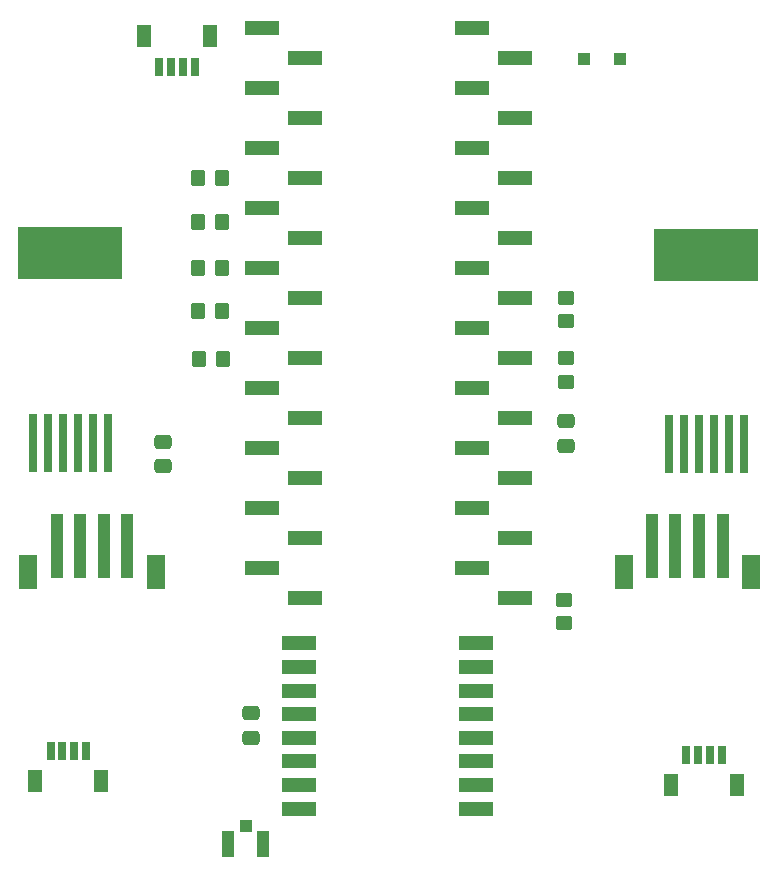
<source format=gbr>
%TF.GenerationSoftware,KiCad,Pcbnew,8.0.1*%
%TF.CreationDate,2024-04-05T12:57:05-06:00*%
%TF.ProjectId,weather_station_pico,77656174-6865-4725-9f73-746174696f6e,rev?*%
%TF.SameCoordinates,Original*%
%TF.FileFunction,Paste,Bot*%
%TF.FilePolarity,Positive*%
%FSLAX46Y46*%
G04 Gerber Fmt 4.6, Leading zero omitted, Abs format (unit mm)*
G04 Created by KiCad (PCBNEW 8.0.1) date 2024-04-05 12:57:05*
%MOMM*%
%LPD*%
G01*
G04 APERTURE LIST*
G04 Aperture macros list*
%AMRoundRect*
0 Rectangle with rounded corners*
0 $1 Rounding radius*
0 $2 $3 $4 $5 $6 $7 $8 $9 X,Y pos of 4 corners*
0 Add a 4 corners polygon primitive as box body*
4,1,4,$2,$3,$4,$5,$6,$7,$8,$9,$2,$3,0*
0 Add four circle primitives for the rounded corners*
1,1,$1+$1,$2,$3*
1,1,$1+$1,$4,$5*
1,1,$1+$1,$6,$7*
1,1,$1+$1,$8,$9*
0 Add four rect primitives between the rounded corners*
20,1,$1+$1,$2,$3,$4,$5,0*
20,1,$1+$1,$4,$5,$6,$7,0*
20,1,$1+$1,$6,$7,$8,$9,0*
20,1,$1+$1,$8,$9,$2,$3,0*%
G04 Aperture macros list end*
%ADD10RoundRect,0.250000X-0.350000X-0.450000X0.350000X-0.450000X0.350000X0.450000X-0.350000X0.450000X0*%
%ADD11R,2.959999X1.270000*%
%ADD12R,0.990600X5.511800*%
%ADD13R,1.600200X2.997200*%
%ADD14RoundRect,0.250000X-0.450000X0.350000X-0.450000X-0.350000X0.450000X-0.350000X0.450000X0.350000X0*%
%ADD15R,0.762000X5.003800*%
%ADD16R,8.788400X4.495800*%
%ADD17R,1.000000X1.050000*%
%ADD18R,1.050000X2.200000*%
%ADD19R,3.000000X1.200000*%
%ADD20RoundRect,0.250000X-0.475000X0.337500X-0.475000X-0.337500X0.475000X-0.337500X0.475000X0.337500X0*%
%ADD21R,0.660400X1.549400*%
%ADD22R,1.295400X1.905000*%
%ADD23RoundRect,0.250000X0.475000X-0.337500X0.475000X0.337500X-0.475000X0.337500X-0.475000X-0.337500X0*%
%ADD24RoundRect,0.250000X0.450000X-0.350000X0.450000X0.350000X-0.450000X0.350000X-0.450000X-0.350000X0*%
%ADD25R,1.053200X1.000000*%
G04 APERTURE END LIST*
D10*
%TO.C,R3*%
X131445000Y-93100000D03*
X133445000Y-93100000D03*
%TD*%
D11*
%TO.C,U1*%
X136864999Y-72820000D03*
X140445000Y-75360000D03*
X136864999Y-77900000D03*
X140445000Y-80440000D03*
X136864999Y-82980000D03*
X140445000Y-85520000D03*
X136864999Y-88060000D03*
X140445000Y-90600000D03*
X136864999Y-93140000D03*
X140445000Y-95680000D03*
X136864999Y-98220000D03*
X140445000Y-100760000D03*
X136864999Y-103300000D03*
X140445000Y-105840000D03*
X136864999Y-108380000D03*
X140445000Y-110920000D03*
X136864999Y-113460000D03*
X140445000Y-116000000D03*
X136864999Y-118540000D03*
X140445000Y-121080000D03*
X158225000Y-121080000D03*
X154644999Y-118540000D03*
X158225000Y-116000000D03*
X154644999Y-113460000D03*
X158225000Y-110920000D03*
X154644999Y-108380000D03*
X158225000Y-105840000D03*
X154644999Y-103300000D03*
X158225000Y-100760000D03*
X154644999Y-98220000D03*
X158225000Y-95680000D03*
X154644999Y-93140000D03*
X158225000Y-90600000D03*
X154644999Y-88060000D03*
X158225000Y-85520000D03*
X154644999Y-82980000D03*
X158225000Y-80440000D03*
X154644999Y-77900000D03*
X158225000Y-75360000D03*
X154644999Y-72820000D03*
%TD*%
D12*
%TO.C,J9*%
X169845000Y-116644800D03*
X171844998Y-116644800D03*
X173845000Y-116644800D03*
X175844998Y-116644800D03*
D13*
X178244998Y-118894801D03*
X167445000Y-118894801D03*
%TD*%
D10*
%TO.C,R9*%
X131545000Y-100850000D03*
X133545000Y-100850000D03*
%TD*%
D14*
%TO.C,R10*%
X162445000Y-121200000D03*
X162445000Y-123200000D03*
%TD*%
D10*
%TO.C,R2*%
X131445000Y-89200000D03*
X133445000Y-89200000D03*
%TD*%
D15*
%TO.C,J7*%
X117445000Y-107900000D03*
X118715000Y-107900000D03*
X119985000Y-107900000D03*
X121255000Y-107900000D03*
X122525000Y-107900000D03*
X123795000Y-107900000D03*
D16*
X120620000Y-91849999D03*
%TD*%
D10*
%TO.C,R1*%
X131445000Y-85500000D03*
X133445000Y-85500000D03*
%TD*%
D17*
%TO.C,J4*%
X135445000Y-140375000D03*
D18*
X133970000Y-141900000D03*
X136920000Y-141900000D03*
%TD*%
D15*
%TO.C,J6*%
X171270000Y-108050001D03*
X172540000Y-108050001D03*
X173810000Y-108050001D03*
X175080000Y-108050001D03*
X176350000Y-108050001D03*
X177620000Y-108050001D03*
D16*
X174445000Y-92000000D03*
%TD*%
D19*
%TO.C,U2*%
X154945000Y-124900000D03*
X154945000Y-126900000D03*
X154945000Y-128900000D03*
X154945000Y-130900000D03*
X154945000Y-132900000D03*
X154945000Y-134900000D03*
X154945000Y-136900000D03*
X154945000Y-138900000D03*
X139945000Y-138900000D03*
X139945000Y-136900000D03*
X139945000Y-134900000D03*
X139945000Y-132900000D03*
X139945000Y-130900000D03*
X139945000Y-128900000D03*
X139945000Y-126900000D03*
X139945000Y-124900000D03*
%TD*%
D20*
%TO.C,C1*%
X135945000Y-130825000D03*
X135945000Y-132900000D03*
%TD*%
D21*
%TO.C,J2*%
X172744999Y-134320000D03*
X173745000Y-134320000D03*
X174744998Y-134320000D03*
X175744999Y-134320000D03*
D22*
X171445000Y-136900000D03*
X177044998Y-136900000D03*
%TD*%
D21*
%TO.C,J5*%
X131145000Y-76078900D03*
X130144999Y-76078900D03*
X129145001Y-76078900D03*
X128145000Y-76078900D03*
D22*
X132444999Y-73498900D03*
X126845001Y-73498900D03*
%TD*%
D10*
%TO.C,R4*%
X131445000Y-96800000D03*
X133445000Y-96800000D03*
%TD*%
D23*
%TO.C,C3*%
X128445000Y-109900000D03*
X128445000Y-107825000D03*
%TD*%
D24*
%TO.C,R8*%
X162595000Y-102750000D03*
X162595000Y-100750000D03*
%TD*%
%TO.C,R7*%
X162595000Y-97650000D03*
X162595000Y-95650000D03*
%TD*%
D21*
%TO.C,J3*%
X118945000Y-134017799D03*
X119945001Y-134017799D03*
X120944999Y-134017799D03*
X121945000Y-134017799D03*
D22*
X117645001Y-136597799D03*
X123244999Y-136597799D03*
%TD*%
D23*
%TO.C,C2*%
X162545000Y-108175000D03*
X162545000Y-106100000D03*
%TD*%
D25*
%TO.C,CR1*%
X167171600Y-75400000D03*
X164118400Y-75400000D03*
%TD*%
D12*
%TO.C,J8*%
X119445001Y-116644800D03*
X121444999Y-116644800D03*
X123445001Y-116644800D03*
X125444999Y-116644800D03*
D13*
X127844999Y-118894801D03*
X117045001Y-118894801D03*
%TD*%
M02*

</source>
